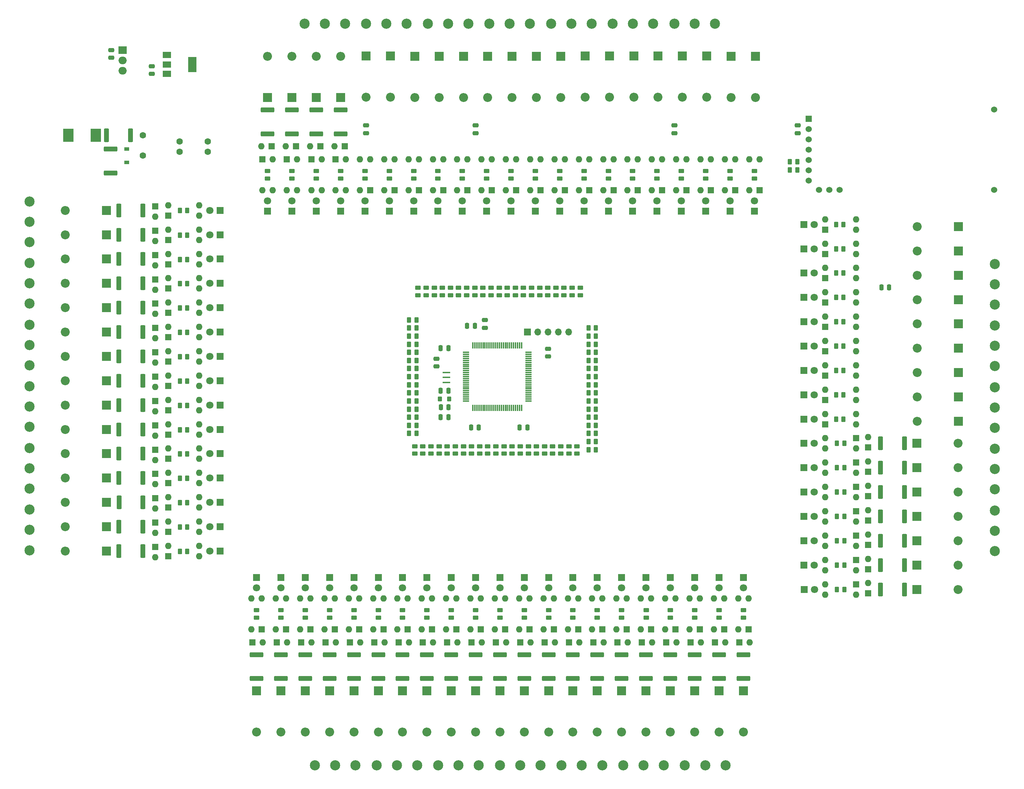
<source format=gbr>
%TF.GenerationSoftware,KiCad,Pcbnew,(6.0.9)*%
%TF.CreationDate,2023-01-18T11:33:35+02:00*%
%TF.ProjectId,SilosProject02,53696c6f-7350-4726-9f6a-65637430322e,rev?*%
%TF.SameCoordinates,Original*%
%TF.FileFunction,Soldermask,Top*%
%TF.FilePolarity,Negative*%
%FSLAX46Y46*%
G04 Gerber Fmt 4.6, Leading zero omitted, Abs format (unit mm)*
G04 Created by KiCad (PCBNEW (6.0.9)) date 2023-01-18 11:33:35*
%MOMM*%
%LPD*%
G01*
G04 APERTURE LIST*
G04 Aperture macros list*
%AMRoundRect*
0 Rectangle with rounded corners*
0 $1 Rounding radius*
0 $2 $3 $4 $5 $6 $7 $8 $9 X,Y pos of 4 corners*
0 Add a 4 corners polygon primitive as box body*
4,1,4,$2,$3,$4,$5,$6,$7,$8,$9,$2,$3,0*
0 Add four circle primitives for the rounded corners*
1,1,$1+$1,$2,$3*
1,1,$1+$1,$4,$5*
1,1,$1+$1,$6,$7*
1,1,$1+$1,$8,$9*
0 Add four rect primitives between the rounded corners*
20,1,$1+$1,$2,$3,$4,$5,0*
20,1,$1+$1,$4,$5,$6,$7,0*
20,1,$1+$1,$6,$7,$8,$9,0*
20,1,$1+$1,$8,$9,$2,$3,0*%
G04 Aperture macros list end*
%ADD10RoundRect,0.250000X-1.425000X0.362500X-1.425000X-0.362500X1.425000X-0.362500X1.425000X0.362500X0*%
%ADD11R,2.500000X3.300000*%
%ADD12RoundRect,0.250000X0.450000X-0.262500X0.450000X0.262500X-0.450000X0.262500X-0.450000X-0.262500X0*%
%ADD13RoundRect,0.250000X1.425000X-0.362500X1.425000X0.362500X-1.425000X0.362500X-1.425000X-0.362500X0*%
%ADD14RoundRect,0.250000X-0.450000X0.262500X-0.450000X-0.262500X0.450000X-0.262500X0.450000X0.262500X0*%
%ADD15RoundRect,0.250000X-0.475000X0.250000X-0.475000X-0.250000X0.475000X-0.250000X0.475000X0.250000X0*%
%ADD16RoundRect,0.250000X-0.262500X-0.450000X0.262500X-0.450000X0.262500X0.450000X-0.262500X0.450000X0*%
%ADD17RoundRect,0.250000X0.262500X0.450000X-0.262500X0.450000X-0.262500X-0.450000X0.262500X-0.450000X0*%
%ADD18RoundRect,0.250000X-0.362500X-1.425000X0.362500X-1.425000X0.362500X1.425000X-0.362500X1.425000X0*%
%ADD19R,1.200000X0.900000*%
%ADD20RoundRect,0.250000X0.362500X1.425000X-0.362500X1.425000X-0.362500X-1.425000X0.362500X-1.425000X0*%
%ADD21RoundRect,0.250000X0.250000X0.475000X-0.250000X0.475000X-0.250000X-0.475000X0.250000X-0.475000X0*%
%ADD22R,1.900000X0.400000*%
%ADD23RoundRect,0.075000X-0.725000X-0.075000X0.725000X-0.075000X0.725000X0.075000X-0.725000X0.075000X0*%
%ADD24RoundRect,0.075000X-0.075000X-0.725000X0.075000X-0.725000X0.075000X0.725000X-0.075000X0.725000X0*%
%ADD25R,2.000000X1.500000*%
%ADD26R,2.000000X3.800000*%
%ADD27RoundRect,0.250000X0.475000X-0.250000X0.475000X0.250000X-0.475000X0.250000X-0.475000X-0.250000X0*%
%ADD28RoundRect,0.250000X-0.250000X-0.475000X0.250000X-0.475000X0.250000X0.475000X-0.250000X0.475000X0*%
%ADD29RoundRect,0.250000X-0.275000X-0.350000X0.275000X-0.350000X0.275000X0.350000X-0.275000X0.350000X0*%
%ADD30C,2.500000*%
%ADD31R,1.600000X1.600000*%
%ADD32O,1.600000X1.600000*%
%ADD33R,2.200000X2.200000*%
%ADD34O,2.200000X2.200000*%
%ADD35R,1.800000X1.800000*%
%ADD36C,1.800000*%
%ADD37R,1.700000X1.700000*%
%ADD38O,1.700000X1.700000*%
%ADD39R,1.524000X1.524000*%
%ADD40C,1.524000*%
%ADD41C,1.600000*%
%ADD42R,2.000000X1.905000*%
%ADD43O,2.000000X1.905000*%
G04 APERTURE END LIST*
D10*
%TO.C,R112*%
X-387000000Y-569537500D03*
X-387000000Y-575462500D03*
%TD*%
D11*
%TO.C,D25*%
X-480637500Y-441500000D03*
X-487437500Y-441500000D03*
%TD*%
D12*
%TO.C,R117*%
X-405000000Y-560412500D03*
X-405000000Y-558587500D03*
%TD*%
%TO.C,R268*%
X-387200000Y-480912500D03*
X-387200000Y-479087500D03*
%TD*%
D13*
%TO.C,R222*%
X-432275000Y-441162500D03*
X-432275000Y-435237500D03*
%TD*%
D14*
%TO.C,R107*%
X-392000000Y-518175000D03*
X-392000000Y-520000000D03*
%TD*%
%TO.C,R119*%
X-400000000Y-518175000D03*
X-400000000Y-520000000D03*
%TD*%
D15*
%TO.C,C13*%
X-387000000Y-439050000D03*
X-387000000Y-440950000D03*
%TD*%
D12*
%TO.C,R88*%
X-393000000Y-560412500D03*
X-393000000Y-558587500D03*
%TD*%
D16*
%TO.C,R175*%
X-359162500Y-517000000D03*
X-357337500Y-517000000D03*
%TD*%
D17*
%TO.C,R201*%
X-296087500Y-535462500D03*
X-297912500Y-535462500D03*
%TD*%
D14*
%TO.C,R132*%
X-398000000Y-518175000D03*
X-398000000Y-520000000D03*
%TD*%
D17*
%TO.C,R215*%
X-296087500Y-529462500D03*
X-297912500Y-529462500D03*
%TD*%
D13*
%TO.C,R236*%
X-438275000Y-441162500D03*
X-438275000Y-435237500D03*
%TD*%
D12*
%TO.C,R284*%
X-391200000Y-480912500D03*
X-391200000Y-479087500D03*
%TD*%
%TO.C,R182*%
X-327000000Y-560412500D03*
X-327000000Y-558587500D03*
%TD*%
D14*
%TO.C,R184*%
X-374000000Y-518175000D03*
X-374000000Y-520000000D03*
%TD*%
D12*
%TO.C,R234*%
X-401200000Y-480912500D03*
X-401200000Y-479087500D03*
%TD*%
D17*
%TO.C,R226*%
X-296287500Y-469462500D03*
X-298112500Y-469462500D03*
%TD*%
D13*
%TO.C,R208*%
X-426275000Y-441162500D03*
X-426275000Y-435237500D03*
%TD*%
D10*
%TO.C,R109*%
X-411000000Y-569537500D03*
X-411000000Y-575462500D03*
%TD*%
D14*
%TO.C,R251*%
X-318275000Y-450287500D03*
X-318275000Y-452112500D03*
%TD*%
D17*
%TO.C,R67*%
X-401587500Y-495000000D03*
X-403412500Y-495000000D03*
%TD*%
D12*
%TO.C,R73*%
X-399000000Y-560412500D03*
X-399000000Y-558587500D03*
%TD*%
D10*
%TO.C,R106*%
X-441000000Y-569537500D03*
X-441000000Y-575462500D03*
%TD*%
D16*
%TO.C,R38*%
X-459912500Y-526087500D03*
X-458087500Y-526087500D03*
%TD*%
D18*
%TO.C,R219*%
X-287162500Y-529462500D03*
X-281237500Y-529462500D03*
%TD*%
D14*
%TO.C,R261*%
X-324275000Y-450287500D03*
X-324275000Y-452112500D03*
%TD*%
D17*
%TO.C,R153*%
X-296087500Y-553462500D03*
X-297912500Y-553462500D03*
%TD*%
D13*
%TO.C,R258*%
X-420275000Y-441162500D03*
X-420275000Y-435237500D03*
%TD*%
D14*
%TO.C,R262*%
X-348275000Y-450287500D03*
X-348275000Y-452112500D03*
%TD*%
D18*
%TO.C,R192*%
X-287162500Y-541462500D03*
X-281237500Y-541462500D03*
%TD*%
D10*
%TO.C,R189*%
X-327000000Y-569537500D03*
X-327000000Y-575462500D03*
%TD*%
D15*
%TO.C,C14*%
X-414000000Y-439050000D03*
X-414000000Y-440950000D03*
%TD*%
D10*
%TO.C,R141*%
X-375000000Y-569537500D03*
X-375000000Y-575462500D03*
%TD*%
D16*
%TO.C,R86*%
X-459912500Y-544087500D03*
X-458087500Y-544087500D03*
%TD*%
D19*
%TO.C,D26*%
X-473037500Y-444850000D03*
X-473037500Y-448150000D03*
%TD*%
D16*
%TO.C,R259*%
X-359162500Y-503000000D03*
X-357337500Y-503000000D03*
%TD*%
D20*
%TO.C,R29*%
X-469037500Y-496000000D03*
X-474962500Y-496000000D03*
%TD*%
D18*
%TO.C,R177*%
X-287162500Y-547462500D03*
X-281237500Y-547462500D03*
%TD*%
D12*
%TO.C,R265*%
X-363200000Y-480912500D03*
X-363200000Y-479087500D03*
%TD*%
%TO.C,R116*%
X-435000000Y-560412500D03*
X-435000000Y-558587500D03*
%TD*%
D14*
%TO.C,R104*%
X-402000000Y-518175000D03*
X-402000000Y-520000000D03*
%TD*%
D10*
%TO.C,R156*%
X-369000000Y-569537500D03*
X-369000000Y-575462500D03*
%TD*%
D17*
%TO.C,R45*%
X-401587500Y-509000000D03*
X-403412500Y-509000000D03*
%TD*%
D16*
%TO.C,R227*%
X-359162500Y-499000000D03*
X-357337500Y-499000000D03*
%TD*%
D17*
%TO.C,R60*%
X-401587500Y-511000000D03*
X-403412500Y-511000000D03*
%TD*%
D12*
%TO.C,R289*%
X-369200000Y-480912500D03*
X-369200000Y-479087500D03*
%TD*%
D21*
%TO.C,C5*%
X-386225000Y-513500000D03*
X-388125000Y-513500000D03*
%TD*%
D22*
%TO.C,Y1*%
X-394175000Y-500000000D03*
X-394175000Y-501200000D03*
X-394175000Y-502400000D03*
%TD*%
D18*
%TO.C,R233*%
X-287162500Y-523462500D03*
X-281237500Y-523462500D03*
%TD*%
%TO.C,R162*%
X-287162500Y-553462500D03*
X-281237500Y-553462500D03*
%TD*%
D16*
%TO.C,R228*%
X-359162500Y-491000000D03*
X-357337500Y-491000000D03*
%TD*%
D10*
%TO.C,R199*%
X-351000000Y-569537500D03*
X-351000000Y-575462500D03*
%TD*%
D18*
%TO.C,R205*%
X-287162500Y-535462500D03*
X-281237500Y-535462500D03*
%TD*%
D10*
%TO.C,R134*%
X-429000000Y-569537500D03*
X-429000000Y-575462500D03*
%TD*%
D12*
%TO.C,R273*%
X-365200000Y-480912500D03*
X-365200000Y-479087500D03*
%TD*%
%TO.C,R281*%
X-367200000Y-480912500D03*
X-367200000Y-479087500D03*
%TD*%
%TO.C,R292*%
X-393200000Y-480912500D03*
X-393200000Y-479087500D03*
%TD*%
D10*
%TO.C,R124*%
X-405000000Y-569537500D03*
X-405000000Y-575462500D03*
%TD*%
D12*
%TO.C,R101*%
X-441000000Y-560412500D03*
X-441000000Y-558587500D03*
%TD*%
D10*
%TO.C,R159*%
X-339000000Y-569537500D03*
X-339000000Y-575462500D03*
%TD*%
D23*
%TO.C,U3*%
X-389350000Y-495000000D03*
X-389350000Y-495500000D03*
X-389350000Y-496000000D03*
X-389350000Y-496500000D03*
X-389350000Y-497000000D03*
X-389350000Y-497500000D03*
X-389350000Y-498000000D03*
X-389350000Y-498500000D03*
X-389350000Y-499000000D03*
X-389350000Y-499500000D03*
X-389350000Y-500000000D03*
X-389350000Y-500500000D03*
X-389350000Y-501000000D03*
X-389350000Y-501500000D03*
X-389350000Y-502000000D03*
X-389350000Y-502500000D03*
X-389350000Y-503000000D03*
X-389350000Y-503500000D03*
X-389350000Y-504000000D03*
X-389350000Y-504500000D03*
X-389350000Y-505000000D03*
X-389350000Y-505500000D03*
X-389350000Y-506000000D03*
X-389350000Y-506500000D03*
X-389350000Y-507000000D03*
D24*
X-387675000Y-508675000D03*
X-387175000Y-508675000D03*
X-386675000Y-508675000D03*
X-386175000Y-508675000D03*
X-385675000Y-508675000D03*
X-385175000Y-508675000D03*
X-384675000Y-508675000D03*
X-384175000Y-508675000D03*
X-383675000Y-508675000D03*
X-383175000Y-508675000D03*
X-382675000Y-508675000D03*
X-382175000Y-508675000D03*
X-381675000Y-508675000D03*
X-381175000Y-508675000D03*
X-380675000Y-508675000D03*
X-380175000Y-508675000D03*
X-379675000Y-508675000D03*
X-379175000Y-508675000D03*
X-378675000Y-508675000D03*
X-378175000Y-508675000D03*
X-377675000Y-508675000D03*
X-377175000Y-508675000D03*
X-376675000Y-508675000D03*
X-376175000Y-508675000D03*
X-375675000Y-508675000D03*
D23*
X-374000000Y-507000000D03*
X-374000000Y-506500000D03*
X-374000000Y-506000000D03*
X-374000000Y-505500000D03*
X-374000000Y-505000000D03*
X-374000000Y-504500000D03*
X-374000000Y-504000000D03*
X-374000000Y-503500000D03*
X-374000000Y-503000000D03*
X-374000000Y-502500000D03*
X-374000000Y-502000000D03*
X-374000000Y-501500000D03*
X-374000000Y-501000000D03*
X-374000000Y-500500000D03*
X-374000000Y-500000000D03*
X-374000000Y-499500000D03*
X-374000000Y-499000000D03*
X-374000000Y-498500000D03*
X-374000000Y-498000000D03*
X-374000000Y-497500000D03*
X-374000000Y-497000000D03*
X-374000000Y-496500000D03*
X-374000000Y-496000000D03*
X-374000000Y-495500000D03*
X-374000000Y-495000000D03*
D24*
X-375675000Y-493325000D03*
X-376175000Y-493325000D03*
X-376675000Y-493325000D03*
X-377175000Y-493325000D03*
X-377675000Y-493325000D03*
X-378175000Y-493325000D03*
X-378675000Y-493325000D03*
X-379175000Y-493325000D03*
X-379675000Y-493325000D03*
X-380175000Y-493325000D03*
X-380675000Y-493325000D03*
X-381175000Y-493325000D03*
X-381675000Y-493325000D03*
X-382175000Y-493325000D03*
X-382675000Y-493325000D03*
X-383175000Y-493325000D03*
X-383675000Y-493325000D03*
X-384175000Y-493325000D03*
X-384675000Y-493325000D03*
X-385175000Y-493325000D03*
X-385675000Y-493325000D03*
X-386175000Y-493325000D03*
X-386675000Y-493325000D03*
X-387175000Y-493325000D03*
X-387675000Y-493325000D03*
%TD*%
D10*
%TO.C,R97*%
X-393000000Y-569537500D03*
X-393000000Y-575462500D03*
%TD*%
D14*
%TO.C,R197*%
X-372000000Y-518175000D03*
X-372000000Y-520000000D03*
%TD*%
%TO.C,R287*%
X-390275000Y-450287500D03*
X-390275000Y-452112500D03*
%TD*%
D20*
%TO.C,R26*%
X-469037500Y-466000000D03*
X-474962500Y-466000000D03*
%TD*%
D14*
%TO.C,R157*%
X-368000000Y-518175000D03*
X-368000000Y-520000000D03*
%TD*%
D16*
%TO.C,R242*%
X-359162500Y-489000000D03*
X-357337500Y-489000000D03*
%TD*%
D20*
%TO.C,R17*%
X-469037500Y-514000000D03*
X-474962500Y-514000000D03*
%TD*%
D14*
%TO.C,R264*%
X-396275000Y-450287500D03*
X-396275000Y-452112500D03*
%TD*%
D10*
%TO.C,R79*%
X-423000000Y-569537500D03*
X-423000000Y-575462500D03*
%TD*%
D16*
%TO.C,R36*%
X-459912500Y-472087500D03*
X-458087500Y-472087500D03*
%TD*%
D17*
%TO.C,R15*%
X-401587500Y-505000000D03*
X-403412500Y-505000000D03*
%TD*%
D20*
%TO.C,R91*%
X-469037500Y-544000000D03*
X-474962500Y-544000000D03*
%TD*%
D15*
%TO.C,C12*%
X-307600000Y-439050000D03*
X-307600000Y-440950000D03*
%TD*%
D10*
%TO.C,R171*%
X-363000000Y-569537500D03*
X-363000000Y-575462500D03*
%TD*%
D16*
%TO.C,R3*%
X-309512500Y-448000000D03*
X-307687500Y-448000000D03*
%TD*%
D17*
%TO.C,R240*%
X-296287500Y-463462500D03*
X-298112500Y-463462500D03*
%TD*%
D25*
%TO.C,U7*%
X-463150000Y-421700000D03*
D26*
X-456850000Y-424000000D03*
D25*
X-463150000Y-424000000D03*
X-463150000Y-426300000D03*
%TD*%
D14*
%TO.C,R110*%
X-384000000Y-518175000D03*
X-384000000Y-520000000D03*
%TD*%
%TO.C,R279*%
X-384275000Y-450287500D03*
X-384275000Y-452112500D03*
%TD*%
D16*
%TO.C,R190*%
X-359162500Y-515000000D03*
X-357337500Y-515000000D03*
%TD*%
D20*
%TO.C,R11*%
X-469037500Y-460000000D03*
X-474962500Y-460000000D03*
%TD*%
D17*
%TO.C,R24*%
X-401600000Y-489000000D03*
X-403425000Y-489000000D03*
%TD*%
D14*
%TO.C,R230*%
X-438275000Y-450287500D03*
X-438275000Y-452112500D03*
%TD*%
D17*
%TO.C,R74*%
X-401587500Y-513000000D03*
X-403412500Y-513000000D03*
%TD*%
D12*
%TO.C,R196*%
X-351000000Y-560412500D03*
X-351000000Y-558587500D03*
%TD*%
D27*
%TO.C,C19*%
X-466800000Y-426350000D03*
X-466800000Y-424450000D03*
%TD*%
D12*
%TO.C,R137*%
X-344912500Y-560412500D03*
X-344912500Y-558587500D03*
%TD*%
D17*
%TO.C,R168*%
X-296087500Y-547462500D03*
X-297912500Y-547462500D03*
%TD*%
D14*
%TO.C,R270*%
X-354275000Y-450287500D03*
X-354275000Y-452112500D03*
%TD*%
%TO.C,R272*%
X-402275000Y-450287500D03*
X-402275000Y-452112500D03*
%TD*%
D20*
%TO.C,R32*%
X-469037500Y-520000000D03*
X-474962500Y-520000000D03*
%TD*%
D16*
%TO.C,R213*%
X-359162500Y-501000000D03*
X-357337500Y-501000000D03*
%TD*%
D21*
%TO.C,C9*%
X-393675000Y-508500000D03*
X-395575000Y-508500000D03*
%TD*%
D14*
%TO.C,R154*%
X-378000000Y-518175000D03*
X-378000000Y-520000000D03*
%TD*%
D17*
%TO.C,R244*%
X-296087500Y-517462500D03*
X-297912500Y-517462500D03*
%TD*%
D21*
%TO.C,C10*%
X-393725000Y-511000000D03*
X-395625000Y-511000000D03*
%TD*%
D10*
%TO.C,R127*%
X-381000000Y-569537500D03*
X-381000000Y-575462500D03*
%TD*%
D12*
%TO.C,R283*%
X-383200000Y-480912500D03*
X-383200000Y-479087500D03*
%TD*%
%TO.C,R290*%
X-377200000Y-480912500D03*
X-377200000Y-479087500D03*
%TD*%
D16*
%TO.C,R53*%
X-459912500Y-532087500D03*
X-458087500Y-532087500D03*
%TD*%
D17*
%TO.C,R254*%
X-296287500Y-505462500D03*
X-298112500Y-505462500D03*
%TD*%
D14*
%TO.C,R288*%
X-414275000Y-450287500D03*
X-414275000Y-452112500D03*
%TD*%
%TO.C,R125*%
X-382000000Y-518175000D03*
X-382000000Y-520000000D03*
%TD*%
%TO.C,R255*%
X-420275000Y-450287500D03*
X-420275000Y-452112500D03*
%TD*%
D12*
%TO.C,R136*%
X-375000000Y-560412500D03*
X-375000000Y-558587500D03*
%TD*%
D14*
%TO.C,R285*%
X-342275000Y-450287500D03*
X-342275000Y-452112500D03*
%TD*%
D12*
%TO.C,R118*%
X-381000000Y-560412500D03*
X-381000000Y-558587500D03*
%TD*%
%TO.C,R256*%
X-395200000Y-480912500D03*
X-395200000Y-479087500D03*
%TD*%
D16*
%TO.C,R23*%
X-459912500Y-520087500D03*
X-458087500Y-520087500D03*
%TD*%
D20*
%TO.C,R44*%
X-469037500Y-502000000D03*
X-474962500Y-502000000D03*
%TD*%
D27*
%TO.C,C4*%
X-396675000Y-498500000D03*
X-396675000Y-496600000D03*
%TD*%
D12*
%TO.C,R87*%
X-417000000Y-560412500D03*
X-417000000Y-558587500D03*
%TD*%
D14*
%TO.C,R277*%
X-336275000Y-450287500D03*
X-336275000Y-452112500D03*
%TD*%
D20*
%TO.C,R14*%
X-469037500Y-490000000D03*
X-474962500Y-490000000D03*
%TD*%
D14*
%TO.C,R122*%
X-390000000Y-518175000D03*
X-390000000Y-520000000D03*
%TD*%
%TO.C,R92*%
X-394000000Y-518175000D03*
X-394000000Y-520000000D03*
%TD*%
D20*
%TO.C,R76*%
X-469037500Y-538000000D03*
X-474962500Y-538000000D03*
%TD*%
D12*
%TO.C,R282*%
X-375200000Y-480912500D03*
X-375200000Y-479087500D03*
%TD*%
D10*
%TO.C,R5*%
X-477037500Y-444837500D03*
X-477037500Y-450762500D03*
%TD*%
D12*
%TO.C,R152*%
X-339000000Y-560412500D03*
X-339000000Y-558587500D03*
%TD*%
D14*
%TO.C,R216*%
X-432275000Y-450287500D03*
X-432275000Y-452112500D03*
%TD*%
D16*
%TO.C,R241*%
X-359162500Y-497000000D03*
X-357337500Y-497000000D03*
%TD*%
D12*
%TO.C,R102*%
X-411000000Y-560412500D03*
X-411000000Y-558587500D03*
%TD*%
D14*
%TO.C,R280*%
X-408275000Y-450287500D03*
X-408275000Y-452112500D03*
%TD*%
D16*
%TO.C,R7*%
X-459912500Y-490087500D03*
X-458087500Y-490087500D03*
%TD*%
D12*
%TO.C,R103*%
X-387000000Y-560412500D03*
X-387000000Y-558587500D03*
%TD*%
D16*
%TO.C,R2*%
X-309512500Y-450000000D03*
X-307687500Y-450000000D03*
%TD*%
D12*
%TO.C,R291*%
X-385200000Y-480912500D03*
X-385200000Y-479087500D03*
%TD*%
%TO.C,R220*%
X-399200000Y-480912500D03*
X-399200000Y-479087500D03*
%TD*%
D17*
%TO.C,R9*%
X-401587500Y-487000000D03*
X-403412500Y-487000000D03*
%TD*%
D10*
%TO.C,R186*%
X-357000000Y-569537500D03*
X-357000000Y-575462500D03*
%TD*%
D12*
%TO.C,R253*%
X-361200000Y-480912500D03*
X-361200000Y-479087500D03*
%TD*%
%TO.C,R151*%
X-369000000Y-560412500D03*
X-369000000Y-558587500D03*
%TD*%
D16*
%TO.C,R203*%
X-359162500Y-513000000D03*
X-357337500Y-513000000D03*
%TD*%
D17*
%TO.C,R42*%
X-401587500Y-501000000D03*
X-403412500Y-501000000D03*
%TD*%
D14*
%TO.C,R278*%
X-360275000Y-450287500D03*
X-360275000Y-452112500D03*
%TD*%
D17*
%TO.C,R225*%
X-296287500Y-493462500D03*
X-298112500Y-493462500D03*
%TD*%
D12*
%TO.C,R276*%
X-389200000Y-480912500D03*
X-389200000Y-479087500D03*
%TD*%
D17*
%TO.C,R30*%
X-401587500Y-507000000D03*
X-403412500Y-507000000D03*
%TD*%
D16*
%TO.C,R52*%
X-459912500Y-508087500D03*
X-458087500Y-508087500D03*
%TD*%
D20*
%TO.C,R56*%
X-469037500Y-478000000D03*
X-474962500Y-478000000D03*
%TD*%
D12*
%TO.C,R166*%
X-363000000Y-560412500D03*
X-363000000Y-558587500D03*
%TD*%
%TO.C,R274*%
X-373200000Y-480912500D03*
X-373200000Y-479087500D03*
%TD*%
D10*
%TO.C,R94*%
X-417000000Y-569537500D03*
X-417000000Y-575462500D03*
%TD*%
D20*
%TO.C,R69*%
X-469037500Y-484000000D03*
X-474962500Y-484000000D03*
%TD*%
D16*
%TO.C,R252*%
X-359162500Y-495000000D03*
X-357337500Y-495000000D03*
%TD*%
D12*
%TO.C,R72*%
X-423000000Y-560412500D03*
X-423000000Y-558587500D03*
%TD*%
%TO.C,R167*%
X-333000000Y-560412500D03*
X-333000000Y-558587500D03*
%TD*%
D14*
%TO.C,R269*%
X-330275000Y-450287500D03*
X-330275000Y-452112500D03*
%TD*%
D17*
%TO.C,R250*%
X-296287500Y-481462500D03*
X-298112500Y-481462500D03*
%TD*%
D15*
%TO.C,C7*%
X-369175000Y-494100000D03*
X-369175000Y-496000000D03*
%TD*%
D16*
%TO.C,R6*%
X-459912500Y-460000000D03*
X-458087500Y-460000000D03*
%TD*%
D12*
%TO.C,R181*%
X-357000000Y-560412500D03*
X-357000000Y-558587500D03*
%TD*%
D21*
%TO.C,C3*%
X-393725000Y-494000000D03*
X-395625000Y-494000000D03*
%TD*%
D10*
%TO.C,R144*%
X-345000000Y-569537500D03*
X-345000000Y-575462500D03*
%TD*%
D14*
%TO.C,R271*%
X-378275000Y-450287500D03*
X-378275000Y-452112500D03*
%TD*%
D17*
%TO.C,R211*%
X-296287500Y-499462500D03*
X-298112500Y-499462500D03*
%TD*%
D16*
%TO.C,R66*%
X-459912500Y-484087500D03*
X-458087500Y-484087500D03*
%TD*%
D12*
%TO.C,R138*%
X-321000000Y-560412500D03*
X-321000000Y-558587500D03*
%TD*%
D16*
%TO.C,R51*%
X-459912500Y-478087500D03*
X-458087500Y-478087500D03*
%TD*%
%TO.C,R37*%
X-459912500Y-502087500D03*
X-458087500Y-502087500D03*
%TD*%
%TO.C,R231*%
X-359162500Y-509000000D03*
X-357337500Y-509000000D03*
%TD*%
D21*
%TO.C,C2*%
X-285050000Y-479000000D03*
X-286950000Y-479000000D03*
%TD*%
D17*
%TO.C,R243*%
X-296287500Y-511462500D03*
X-298112500Y-511462500D03*
%TD*%
D10*
%TO.C,R82*%
X-399000000Y-569537500D03*
X-399000000Y-575462500D03*
%TD*%
D28*
%TO.C,C8*%
X-389075000Y-488500000D03*
X-387175000Y-488500000D03*
%TD*%
D14*
%TO.C,R145*%
X-362000000Y-518175000D03*
X-362000000Y-520000000D03*
%TD*%
%TO.C,R187*%
X-364000000Y-518175000D03*
X-364000000Y-520000000D03*
%TD*%
D16*
%TO.C,R21*%
X-459912500Y-466087500D03*
X-458087500Y-466087500D03*
%TD*%
D29*
%TO.C,L1*%
X-395825000Y-506500000D03*
X-393525000Y-506500000D03*
%TD*%
D20*
%TO.C,R62*%
X-469000000Y-532000000D03*
X-474925000Y-532000000D03*
%TD*%
D14*
%TO.C,R169*%
X-376000000Y-518175000D03*
X-376000000Y-520000000D03*
%TD*%
D17*
%TO.C,R12*%
X-401587500Y-497000000D03*
X-403412500Y-497000000D03*
%TD*%
D14*
%TO.C,R286*%
X-366275000Y-450287500D03*
X-366275000Y-452112500D03*
%TD*%
D16*
%TO.C,R160*%
X-359162500Y-519000000D03*
X-357337500Y-519000000D03*
%TD*%
D20*
%TO.C,R47*%
X-469037500Y-526000000D03*
X-474962500Y-526000000D03*
%TD*%
D16*
%TO.C,R8*%
X-459912500Y-514087500D03*
X-458087500Y-514087500D03*
%TD*%
D14*
%TO.C,R139*%
X-380000000Y-518175000D03*
X-380000000Y-520000000D03*
%TD*%
D17*
%TO.C,R89*%
X-401587500Y-515000000D03*
X-403412500Y-515000000D03*
%TD*%
D18*
%TO.C,R4*%
X-478000000Y-441500000D03*
X-472075000Y-441500000D03*
%TD*%
D17*
%TO.C,R27*%
X-401587500Y-499000000D03*
X-403412500Y-499000000D03*
%TD*%
D21*
%TO.C,C6*%
X-374225000Y-513500000D03*
X-376125000Y-513500000D03*
%TD*%
D10*
%TO.C,R174*%
X-333000000Y-569537500D03*
X-333000000Y-575462500D03*
%TD*%
D16*
%TO.C,R217*%
X-359162500Y-511000000D03*
X-357337500Y-511000000D03*
%TD*%
D17*
%TO.C,R212*%
X-296287500Y-475462500D03*
X-298112500Y-475462500D03*
%TD*%
%TO.C,R229*%
X-296087500Y-523462500D03*
X-297912500Y-523462500D03*
%TD*%
D12*
%TO.C,R275*%
X-381200000Y-480912500D03*
X-381200000Y-479087500D03*
%TD*%
D14*
%TO.C,R80*%
X-388000000Y-518175000D03*
X-388000000Y-520000000D03*
%TD*%
D16*
%TO.C,R248*%
X-359162500Y-505000000D03*
X-357337500Y-505000000D03*
%TD*%
D14*
%TO.C,R172*%
X-366000000Y-518175000D03*
X-366000000Y-520000000D03*
%TD*%
%TO.C,R202*%
X-426275000Y-450287500D03*
X-426275000Y-452112500D03*
%TD*%
D17*
%TO.C,R54*%
X-401587500Y-493000000D03*
X-403412500Y-493000000D03*
%TD*%
D21*
%TO.C,C1*%
X-393725000Y-504500000D03*
X-395625000Y-504500000D03*
%TD*%
D15*
%TO.C,R1*%
X-384675000Y-487050000D03*
X-384675000Y-488950000D03*
%TD*%
D16*
%TO.C,R71*%
X-459912500Y-538087500D03*
X-458087500Y-538087500D03*
%TD*%
%TO.C,R22*%
X-459912500Y-496087500D03*
X-458087500Y-496087500D03*
%TD*%
D10*
%TO.C,R121*%
X-435000000Y-569537500D03*
X-435000000Y-575462500D03*
%TD*%
D17*
%TO.C,R239*%
X-296287500Y-487462500D03*
X-298112500Y-487462500D03*
%TD*%
D20*
%TO.C,R59*%
X-469037500Y-508000000D03*
X-474962500Y-508000000D03*
%TD*%
D18*
%TO.C,R247*%
X-287162500Y-517462500D03*
X-281237500Y-517462500D03*
%TD*%
D20*
%TO.C,R41*%
X-469037500Y-472000000D03*
X-474962500Y-472000000D03*
%TD*%
D15*
%TO.C,C17*%
X-476800000Y-420450000D03*
X-476800000Y-422350000D03*
%TD*%
D14*
%TO.C,R95*%
X-386000000Y-518175000D03*
X-386000000Y-520000000D03*
%TD*%
D17*
%TO.C,R39*%
X-401587500Y-491000000D03*
X-403412500Y-491000000D03*
%TD*%
D14*
%TO.C,R142*%
X-370000000Y-518175000D03*
X-370000000Y-520000000D03*
%TD*%
D12*
%TO.C,R206*%
X-397200000Y-480912500D03*
X-397200000Y-479087500D03*
%TD*%
%TO.C,R131*%
X-429000000Y-560412500D03*
X-429000000Y-558587500D03*
%TD*%
D16*
%TO.C,R245*%
X-359162500Y-507000000D03*
X-357337500Y-507000000D03*
%TD*%
D14*
%TO.C,R263*%
X-372275000Y-450287500D03*
X-372275000Y-452112500D03*
%TD*%
D17*
%TO.C,R183*%
X-296087500Y-541462500D03*
X-297912500Y-541462500D03*
%TD*%
D12*
%TO.C,R266*%
X-371200000Y-480912500D03*
X-371200000Y-479087500D03*
%TD*%
D17*
%TO.C,R57*%
X-401587500Y-503000000D03*
X-403412500Y-503000000D03*
%TD*%
D12*
%TO.C,R267*%
X-379200000Y-480912500D03*
X-379200000Y-479087500D03*
%TD*%
D10*
%TO.C,R147*%
X-321000000Y-569537500D03*
X-321000000Y-575462500D03*
%TD*%
D14*
%TO.C,R77*%
X-396000000Y-518175000D03*
X-396000000Y-520000000D03*
%TD*%
D16*
%TO.C,R214*%
X-359162500Y-493000000D03*
X-357337500Y-493000000D03*
%TD*%
D15*
%TO.C,C11*%
X-338000000Y-439050000D03*
X-338000000Y-440950000D03*
%TD*%
D30*
%TO.C,J13*%
X-340600000Y-596800000D03*
X-345600000Y-596800000D03*
X-350600000Y-596800000D03*
%TD*%
D31*
%TO.C,D113*%
X-346000000Y-566500000D03*
D32*
X-343460000Y-566500000D03*
%TD*%
D31*
%TO.C,D151*%
X-425275000Y-444200000D03*
D32*
X-427815000Y-444200000D03*
%TD*%
D33*
%TO.C,D87*%
X-411000000Y-578500000D03*
D34*
X-411000000Y-588660000D03*
%TD*%
D31*
%TO.C,U29*%
X-385725000Y-563300000D03*
D32*
X-388265000Y-563300000D03*
X-388265000Y-555680000D03*
X-385725000Y-555680000D03*
%TD*%
D33*
%TO.C,D176*%
X-420275000Y-432200000D03*
D34*
X-420275000Y-422040000D03*
%TD*%
D31*
%TO.C,D167*%
X-437275000Y-444200000D03*
D32*
X-439815000Y-444200000D03*
%TD*%
D35*
%TO.C,D189*%
X-360275000Y-460200000D03*
D36*
X-360275000Y-457660000D03*
%TD*%
D30*
%TO.C,J21*%
X-353200000Y-414000000D03*
X-348200000Y-414000000D03*
X-343200000Y-414000000D03*
%TD*%
D35*
%TO.C,D169*%
X-306020000Y-463462500D03*
D36*
X-303480000Y-463462500D03*
%TD*%
D31*
%TO.C,U69*%
X-329000000Y-455000000D03*
D32*
X-331540000Y-455000000D03*
X-331540000Y-447380000D03*
X-329000000Y-447380000D03*
%TD*%
D33*
%TO.C,D70*%
X-399000000Y-578500000D03*
D34*
X-399000000Y-588660000D03*
%TD*%
D31*
%TO.C,U8*%
X-462800000Y-461275000D03*
D32*
X-462800000Y-458735000D03*
X-455180000Y-458735000D03*
X-455180000Y-461275000D03*
%TD*%
D31*
%TO.C,U9*%
X-462800000Y-491275000D03*
D32*
X-462800000Y-488735000D03*
X-455180000Y-488735000D03*
X-455180000Y-491275000D03*
%TD*%
D31*
%TO.C,U26*%
X-391725000Y-563300000D03*
D32*
X-394265000Y-563300000D03*
X-394265000Y-555680000D03*
X-391725000Y-555680000D03*
%TD*%
D35*
%TO.C,D158*%
X-432275000Y-460200000D03*
D36*
X-432275000Y-457660000D03*
%TD*%
D30*
%TO.C,J9*%
X-401400000Y-596800000D03*
X-406400000Y-596800000D03*
X-411400000Y-596800000D03*
%TD*%
D35*
%TO.C,D36*%
X-450000000Y-514000000D03*
D36*
X-452540000Y-514000000D03*
%TD*%
D33*
%TO.C,D136*%
X-278200000Y-541462500D03*
D34*
X-268040000Y-541462500D03*
%TD*%
D33*
%TO.C,D38*%
X-478000000Y-466000000D03*
D34*
X-488160000Y-466000000D03*
%TD*%
D35*
%TO.C,D166*%
X-438275000Y-460200000D03*
D36*
X-438275000Y-457660000D03*
%TD*%
D37*
%TO.C,J1*%
X-374250000Y-490000000D03*
D38*
X-371710000Y-490000000D03*
X-369170000Y-490000000D03*
X-366630000Y-490000000D03*
X-364090000Y-490000000D03*
%TD*%
D33*
%TO.C,D30*%
X-478000000Y-490000000D03*
D34*
X-488160000Y-490000000D03*
%TD*%
D31*
%TO.C,U57*%
X-300800000Y-488737500D03*
D32*
X-300800000Y-486197500D03*
X-293180000Y-486197500D03*
X-293180000Y-488737500D03*
%TD*%
D30*
%TO.C,J19*%
X-259000000Y-473200000D03*
X-259000000Y-478200000D03*
X-259000000Y-483200000D03*
%TD*%
D31*
%TO.C,D76*%
X-400000000Y-566500000D03*
D32*
X-397460000Y-566500000D03*
%TD*%
D31*
%TO.C,U50*%
X-300820000Y-476737500D03*
D32*
X-300820000Y-474197500D03*
X-293200000Y-474197500D03*
X-293200000Y-476737500D03*
%TD*%
D31*
%TO.C,D111*%
X-376000000Y-566500000D03*
D32*
X-373460000Y-566500000D03*
%TD*%
D31*
%TO.C,U38*%
X-337725000Y-563300000D03*
D32*
X-340265000Y-563300000D03*
X-340265000Y-555680000D03*
X-337725000Y-555680000D03*
%TD*%
D31*
%TO.C,U42*%
X-293200000Y-546187500D03*
D32*
X-293200000Y-548727500D03*
X-300820000Y-548727500D03*
X-300820000Y-546187500D03*
%TD*%
D33*
%TO.C,D47*%
X-478000000Y-472000000D03*
D34*
X-488160000Y-472000000D03*
%TD*%
D33*
%TO.C,D49*%
X-478000000Y-526000000D03*
D34*
X-488160000Y-526000000D03*
%TD*%
D31*
%TO.C,D142*%
X-290200000Y-542462500D03*
D32*
X-290200000Y-539922500D03*
%TD*%
D33*
%TO.C,D14*%
X-342000000Y-421920000D03*
D34*
X-342000000Y-432080000D03*
%TD*%
D31*
%TO.C,U25*%
X-415725000Y-563300000D03*
D32*
X-418265000Y-563300000D03*
X-418265000Y-555680000D03*
X-415725000Y-555680000D03*
%TD*%
D30*
%TO.C,J17*%
X-259000000Y-503600000D03*
X-259000000Y-508600000D03*
X-259000000Y-513600000D03*
%TD*%
%TO.C,J6*%
X-497000000Y-513400000D03*
X-497000000Y-508400000D03*
X-497000000Y-503400000D03*
%TD*%
D31*
%TO.C,D115*%
X-322000000Y-566500000D03*
D32*
X-319460000Y-566500000D03*
%TD*%
D33*
%TO.C,D10*%
X-318000000Y-422000000D03*
D34*
X-318000000Y-432160000D03*
%TD*%
D33*
%TO.C,D18*%
X-366000000Y-422000000D03*
D34*
X-366000000Y-432160000D03*
%TD*%
D39*
%TO.C,A1*%
X-304905000Y-437380000D03*
D40*
X-304905000Y-439920000D03*
X-259175000Y-454900000D03*
X-259175000Y-435100000D03*
X-304905000Y-442460000D03*
X-304905000Y-445000000D03*
X-304905000Y-447540000D03*
X-304905000Y-450080000D03*
X-304905000Y-452620000D03*
X-297285000Y-454900000D03*
X-299825000Y-454900000D03*
X-302365000Y-454900000D03*
%TD*%
D35*
%TO.C,D192*%
X-342275000Y-460200000D03*
D36*
X-342275000Y-457660000D03*
%TD*%
D31*
%TO.C,D51*%
X-466000000Y-471000000D03*
D32*
X-466000000Y-473540000D03*
%TD*%
D35*
%TO.C,D187*%
X-402275000Y-460200000D03*
D36*
X-402275000Y-457660000D03*
%TD*%
D31*
%TO.C,D173*%
X-290200000Y-518462500D03*
D32*
X-290200000Y-515922500D03*
%TD*%
D33*
%TO.C,D23*%
X-396000000Y-422000000D03*
D34*
X-396000000Y-432160000D03*
%TD*%
D33*
%TO.C,D13*%
X-336000000Y-421920000D03*
D34*
X-336000000Y-432080000D03*
%TD*%
D31*
%TO.C,D101*%
X-406000000Y-566500000D03*
D32*
X-403460000Y-566500000D03*
%TD*%
D31*
%TO.C,U36*%
X-319725000Y-563300000D03*
D32*
X-322265000Y-563300000D03*
X-322265000Y-555680000D03*
X-319725000Y-555680000D03*
%TD*%
D33*
%TO.C,D143*%
X-351000000Y-578500000D03*
D34*
X-351000000Y-588660000D03*
%TD*%
D35*
%TO.C,D73*%
X-423000000Y-550500000D03*
D36*
X-423000000Y-553040000D03*
%TD*%
D35*
%TO.C,D194*%
X-390275000Y-460200000D03*
D36*
X-390275000Y-457660000D03*
%TD*%
D33*
%TO.C,D154*%
X-278200000Y-529462500D03*
D34*
X-268040000Y-529462500D03*
%TD*%
D35*
%TO.C,D112*%
X-345000000Y-550500000D03*
D36*
X-345000000Y-553040000D03*
%TD*%
D33*
%TO.C,D12*%
X-330000000Y-421920000D03*
D34*
X-330000000Y-432080000D03*
%TD*%
D31*
%TO.C,U80*%
X-413000000Y-455000000D03*
D32*
X-415540000Y-455000000D03*
X-415540000Y-447380000D03*
X-413000000Y-447380000D03*
%TD*%
D35*
%TO.C,D150*%
X-426275000Y-460200000D03*
D36*
X-426275000Y-457660000D03*
%TD*%
D31*
%TO.C,U37*%
X-367725000Y-563300000D03*
D32*
X-370265000Y-563300000D03*
X-370265000Y-555680000D03*
X-367725000Y-555680000D03*
%TD*%
D31*
%TO.C,U24*%
X-462800000Y-545275000D03*
D32*
X-462800000Y-542735000D03*
X-455180000Y-542735000D03*
X-455180000Y-545275000D03*
%TD*%
D35*
%TO.C,D174*%
X-306020000Y-481462500D03*
D36*
X-303480000Y-481462500D03*
%TD*%
D30*
%TO.C,J26*%
X-429200000Y-414000000D03*
X-424200000Y-414000000D03*
X-419200000Y-414000000D03*
%TD*%
D33*
%TO.C,D127*%
X-278200000Y-547462500D03*
D34*
X-268040000Y-547462500D03*
%TD*%
D35*
%TO.C,D63*%
X-450000000Y-532000000D03*
D36*
X-452540000Y-532000000D03*
%TD*%
D31*
%TO.C,U13*%
X-462800000Y-521275000D03*
D32*
X-462800000Y-518735000D03*
X-455180000Y-518735000D03*
X-455180000Y-521275000D03*
%TD*%
D33*
%TO.C,D65*%
X-478000000Y-484000000D03*
D34*
X-488160000Y-484000000D03*
%TD*%
D31*
%TO.C,U70*%
X-353000000Y-455000000D03*
D32*
X-355540000Y-455000000D03*
X-355540000Y-447380000D03*
X-353000000Y-447380000D03*
%TD*%
D35*
%TO.C,D141*%
X-306020000Y-541462500D03*
D36*
X-303480000Y-541462500D03*
%TD*%
D33*
%TO.C,D86*%
X-441000000Y-578500000D03*
D34*
X-441000000Y-588660000D03*
%TD*%
D31*
%TO.C,D138*%
X-358000000Y-566500000D03*
D32*
X-355460000Y-566500000D03*
%TD*%
D33*
%TO.C,D107*%
X-375000000Y-578500000D03*
D34*
X-375000000Y-588660000D03*
%TD*%
D31*
%TO.C,U27*%
X-439725000Y-563300000D03*
D32*
X-442265000Y-563300000D03*
X-442265000Y-555680000D03*
X-439725000Y-555680000D03*
%TD*%
D31*
%TO.C,D106*%
X-430000000Y-566500000D03*
D32*
X-427460000Y-566500000D03*
%TD*%
D31*
%TO.C,U76*%
X-407000000Y-455000000D03*
D32*
X-409540000Y-455000000D03*
X-409540000Y-447380000D03*
X-407000000Y-447380000D03*
%TD*%
D31*
%TO.C,U21*%
X-462800000Y-539275000D03*
D32*
X-462800000Y-536735000D03*
X-455180000Y-536735000D03*
X-455180000Y-539275000D03*
%TD*%
D35*
%TO.C,D32*%
X-450000000Y-460000000D03*
D36*
X-452540000Y-460000000D03*
%TD*%
D33*
%TO.C,D146*%
X-278200000Y-535462500D03*
D34*
X-268040000Y-535462500D03*
%TD*%
D33*
%TO.C,D117*%
X-339000000Y-578500000D03*
D34*
X-339000000Y-588660000D03*
%TD*%
D30*
%TO.C,J18*%
X-259000000Y-488400000D03*
X-259000000Y-493400000D03*
X-259000000Y-498400000D03*
%TD*%
D35*
%TO.C,D119*%
X-369000000Y-550500000D03*
D36*
X-369000000Y-553040000D03*
%TD*%
D33*
%TO.C,D95*%
X-435000000Y-578500000D03*
D34*
X-435000000Y-588660000D03*
%TD*%
D35*
%TO.C,D193*%
X-366275000Y-460200000D03*
D36*
X-366275000Y-457660000D03*
%TD*%
D33*
%TO.C,D58*%
X-478000000Y-532000000D03*
D34*
X-488160000Y-532000000D03*
%TD*%
D31*
%TO.C,U43*%
X-355725000Y-563300000D03*
D32*
X-358265000Y-563300000D03*
X-358265000Y-555680000D03*
X-355725000Y-555680000D03*
%TD*%
D31*
%TO.C,U20*%
X-462800000Y-485275000D03*
D32*
X-462800000Y-482735000D03*
X-455180000Y-482735000D03*
X-455180000Y-485275000D03*
%TD*%
D31*
%TO.C,D94*%
X-388000000Y-566500000D03*
D32*
X-385460000Y-566500000D03*
%TD*%
D33*
%TO.C,D1*%
X-268000000Y-512000000D03*
D34*
X-278160000Y-512000000D03*
%TD*%
D35*
%TO.C,D195*%
X-414275000Y-460200000D03*
D36*
X-414275000Y-457660000D03*
%TD*%
D30*
%TO.C,J7*%
X-497000000Y-543800000D03*
X-497000000Y-538800000D03*
X-497000000Y-533800000D03*
%TD*%
D33*
%TO.C,D125*%
X-363000000Y-578500000D03*
D34*
X-363000000Y-588660000D03*
%TD*%
D31*
%TO.C,U75*%
X-383000000Y-455000000D03*
D32*
X-385540000Y-455000000D03*
X-385540000Y-447380000D03*
X-383000000Y-447380000D03*
%TD*%
D33*
%TO.C,D108*%
X-345000000Y-578500000D03*
D34*
X-345000000Y-588660000D03*
%TD*%
D35*
%TO.C,D172*%
X-306020000Y-517462500D03*
D36*
X-303480000Y-517462500D03*
%TD*%
D33*
%TO.C,D155*%
X-432275000Y-432200000D03*
D34*
X-432275000Y-422040000D03*
%TD*%
D35*
%TO.C,D80*%
X-450000000Y-544000000D03*
D36*
X-452540000Y-544000000D03*
%TD*%
D31*
%TO.C,D145*%
X-352000000Y-566500000D03*
D32*
X-349460000Y-566500000D03*
%TD*%
D35*
%TO.C,D130*%
X-333000000Y-550500000D03*
D36*
X-333000000Y-553040000D03*
%TD*%
D31*
%TO.C,U72*%
X-401000000Y-455000000D03*
D32*
X-403540000Y-455000000D03*
X-403540000Y-447380000D03*
X-401000000Y-447380000D03*
%TD*%
D31*
%TO.C,U56*%
X-439550000Y-447400000D03*
D32*
X-437010000Y-447400000D03*
X-437010000Y-455020000D03*
X-439550000Y-455020000D03*
%TD*%
D35*
%TO.C,D182*%
X-372275000Y-460200000D03*
D36*
X-372275000Y-457660000D03*
%TD*%
D31*
%TO.C,D85*%
X-394000000Y-566500000D03*
D32*
X-391460000Y-566500000D03*
%TD*%
D35*
%TO.C,D75*%
X-399000000Y-550500000D03*
D36*
X-399000000Y-553040000D03*
%TD*%
D31*
%TO.C,U73*%
X-335000000Y-455000000D03*
D32*
X-337540000Y-455000000D03*
X-337540000Y-447380000D03*
X-335000000Y-447380000D03*
%TD*%
D30*
%TO.C,J24*%
X-398800000Y-414000000D03*
X-393800000Y-414000000D03*
X-388800000Y-414000000D03*
%TD*%
D35*
%TO.C,D82*%
X-417000000Y-550500000D03*
D36*
X-417000000Y-553040000D03*
%TD*%
D35*
%TO.C,D156*%
X-306020000Y-529462500D03*
D36*
X-303480000Y-529462500D03*
%TD*%
D35*
%TO.C,D180*%
X-324275000Y-460200000D03*
D36*
X-324275000Y-457660000D03*
%TD*%
D31*
%TO.C,U63*%
X-300800000Y-506737500D03*
D32*
X-300800000Y-504197500D03*
X-293180000Y-504197500D03*
X-293180000Y-506737500D03*
%TD*%
D31*
%TO.C,D53*%
X-466000000Y-501000000D03*
D32*
X-466000000Y-503540000D03*
%TD*%
D31*
%TO.C,U60*%
X-293200000Y-516187500D03*
D32*
X-293200000Y-518727500D03*
X-300820000Y-518727500D03*
X-300820000Y-516187500D03*
%TD*%
D31*
%TO.C,U58*%
X-300820000Y-464737500D03*
D32*
X-300820000Y-462197500D03*
X-293200000Y-462197500D03*
X-293200000Y-464737500D03*
%TD*%
D31*
%TO.C,U14*%
X-462800000Y-473275000D03*
D32*
X-462800000Y-470735000D03*
X-455180000Y-470735000D03*
X-455180000Y-473275000D03*
%TD*%
D31*
%TO.C,D131*%
X-334000000Y-566500000D03*
D32*
X-331460000Y-566500000D03*
%TD*%
D31*
%TO.C,U17*%
X-462800000Y-479275000D03*
D32*
X-462800000Y-476735000D03*
X-455180000Y-476735000D03*
X-455180000Y-479275000D03*
%TD*%
D33*
%TO.C,D8*%
X-268000000Y-470000000D03*
D34*
X-278160000Y-470000000D03*
%TD*%
D35*
%TO.C,D61*%
X-450000000Y-508000000D03*
D36*
X-452540000Y-508000000D03*
%TD*%
D33*
%TO.C,D9*%
X-268000000Y-464000000D03*
D34*
X-278160000Y-464000000D03*
%TD*%
D35*
%TO.C,D177*%
X-306020000Y-505462500D03*
D36*
X-303480000Y-505462500D03*
%TD*%
D31*
%TO.C,D67*%
X-466000000Y-483000000D03*
D32*
X-466000000Y-485540000D03*
%TD*%
D41*
%TO.C,C16*%
X-469000000Y-441500000D03*
X-469000000Y-446500000D03*
%TD*%
D31*
%TO.C,U74*%
X-359000000Y-455000000D03*
D32*
X-361540000Y-455000000D03*
X-361540000Y-447380000D03*
X-359000000Y-447380000D03*
%TD*%
D31*
%TO.C,U59*%
X-300800000Y-512737500D03*
D32*
X-300800000Y-510197500D03*
X-293180000Y-510197500D03*
X-293180000Y-512737500D03*
%TD*%
D31*
%TO.C,D179*%
X-419275000Y-444200000D03*
D32*
X-421815000Y-444200000D03*
%TD*%
D31*
%TO.C,U10*%
X-462800000Y-515275000D03*
D32*
X-462800000Y-512735000D03*
X-455180000Y-512735000D03*
X-455180000Y-515275000D03*
%TD*%
D31*
%TO.C,U40*%
X-361725000Y-563300000D03*
D32*
X-364265000Y-563300000D03*
X-364265000Y-555680000D03*
X-361725000Y-555680000D03*
%TD*%
D31*
%TO.C,U45*%
X-293200000Y-540187500D03*
D32*
X-293200000Y-542727500D03*
X-300820000Y-542727500D03*
X-300820000Y-540187500D03*
%TD*%
D33*
%TO.C,D109*%
X-321000000Y-578500000D03*
D34*
X-321000000Y-588660000D03*
%TD*%
D31*
%TO.C,D35*%
X-466000000Y-489000000D03*
D32*
X-466000000Y-491540000D03*
%TD*%
D33*
%TO.C,D17*%
X-360000000Y-421920000D03*
D34*
X-360000000Y-432080000D03*
%TD*%
D31*
%TO.C,U51*%
X-293200000Y-528187500D03*
D32*
X-293200000Y-530727500D03*
X-300820000Y-530727500D03*
X-300820000Y-528187500D03*
%TD*%
D33*
%TO.C,D5*%
X-268000000Y-488000000D03*
D34*
X-278160000Y-488000000D03*
%TD*%
D31*
%TO.C,D92*%
X-412000000Y-566500000D03*
D32*
X-409460000Y-566500000D03*
%TD*%
D31*
%TO.C,U16*%
X-462800000Y-527275000D03*
D32*
X-462800000Y-524735000D03*
X-455180000Y-524735000D03*
X-455180000Y-527275000D03*
%TD*%
D31*
%TO.C,D64*%
X-466000000Y-531000000D03*
D32*
X-466000000Y-533540000D03*
%TD*%
D31*
%TO.C,U35*%
X-343725000Y-563300000D03*
D32*
X-346265000Y-563300000D03*
X-346265000Y-555680000D03*
X-343725000Y-555680000D03*
%TD*%
D33*
%TO.C,D97*%
X-381000000Y-578500000D03*
D34*
X-381000000Y-588660000D03*
%TD*%
D33*
%TO.C,D15*%
X-348000000Y-421920000D03*
D34*
X-348000000Y-432080000D03*
%TD*%
D33*
%TO.C,D69*%
X-423000000Y-578500000D03*
D34*
X-423000000Y-588660000D03*
%TD*%
D31*
%TO.C,U23*%
X-397725000Y-563300000D03*
D32*
X-400265000Y-563300000D03*
X-400265000Y-555680000D03*
X-397725000Y-555680000D03*
%TD*%
D31*
%TO.C,U71*%
X-377000000Y-455000000D03*
D32*
X-379540000Y-455000000D03*
X-379540000Y-447380000D03*
X-377000000Y-447380000D03*
%TD*%
D33*
%TO.C,D27*%
X-408000000Y-421920000D03*
D34*
X-408000000Y-432080000D03*
%TD*%
D30*
%TO.C,J2*%
X-497000000Y-467800000D03*
X-497000000Y-462800000D03*
X-497000000Y-457800000D03*
%TD*%
D35*
%TO.C,D152*%
X-306020000Y-499462500D03*
D36*
X-303480000Y-499462500D03*
%TD*%
D30*
%TO.C,J5*%
X-497000000Y-528600000D03*
X-497000000Y-523600000D03*
X-497000000Y-518600000D03*
%TD*%
D31*
%TO.C,D83*%
X-418000000Y-566500000D03*
D32*
X-415460000Y-566500000D03*
%TD*%
D33*
%TO.C,D56*%
X-478000000Y-478000000D03*
D34*
X-488160000Y-478000000D03*
%TD*%
D31*
%TO.C,D157*%
X-290200000Y-530462500D03*
D32*
X-290200000Y-527922500D03*
%TD*%
D31*
%TO.C,U67*%
X-371000000Y-455000000D03*
D32*
X-373540000Y-455000000D03*
X-373540000Y-447380000D03*
X-371000000Y-447380000D03*
%TD*%
D41*
%TO.C,C18*%
X-460000000Y-445500000D03*
X-460000000Y-443000000D03*
%TD*%
D35*
%TO.C,D144*%
X-351000000Y-550500000D03*
D36*
X-351000000Y-553040000D03*
%TD*%
D31*
%TO.C,D74*%
X-424000000Y-566500000D03*
D32*
X-421460000Y-566500000D03*
%TD*%
D31*
%TO.C,U61*%
X-300800000Y-482737500D03*
D32*
X-300800000Y-480197500D03*
X-293180000Y-480197500D03*
X-293180000Y-482737500D03*
%TD*%
D31*
%TO.C,U33*%
X-427725000Y-563300000D03*
D32*
X-430265000Y-563300000D03*
X-430265000Y-555680000D03*
X-427725000Y-555680000D03*
%TD*%
D33*
%TO.C,D68*%
X-478000000Y-538000000D03*
D34*
X-488160000Y-538000000D03*
%TD*%
D35*
%TO.C,D105*%
X-429000000Y-550500000D03*
D36*
X-429000000Y-553040000D03*
%TD*%
D35*
%TO.C,D184*%
X-330275000Y-460200000D03*
D36*
X-330275000Y-457660000D03*
%TD*%
D35*
%TO.C,D161*%
X-306020000Y-469462500D03*
D36*
X-303480000Y-469462500D03*
%TD*%
D31*
%TO.C,U15*%
X-462800000Y-503275000D03*
D32*
X-462800000Y-500735000D03*
X-455180000Y-500735000D03*
X-455180000Y-503275000D03*
%TD*%
D31*
%TO.C,U31*%
X-403725000Y-563300000D03*
D32*
X-406265000Y-563300000D03*
X-406265000Y-555680000D03*
X-403725000Y-555680000D03*
%TD*%
D35*
%TO.C,D100*%
X-405000000Y-550500000D03*
D36*
X-405000000Y-553040000D03*
%TD*%
D33*
%TO.C,D6*%
X-268000000Y-482000000D03*
D34*
X-278160000Y-482000000D03*
%TD*%
D31*
%TO.C,D33*%
X-466000000Y-459000000D03*
D32*
X-466000000Y-461540000D03*
%TD*%
D31*
%TO.C,U46*%
X-349725000Y-563300000D03*
D32*
X-352265000Y-563300000D03*
X-352265000Y-555680000D03*
X-349725000Y-555680000D03*
%TD*%
D31*
%TO.C,D60*%
X-466000000Y-477000000D03*
D32*
X-466000000Y-479540000D03*
%TD*%
D31*
%TO.C,D122*%
X-340000000Y-566500000D03*
D32*
X-337460000Y-566500000D03*
%TD*%
D30*
%TO.C,J23*%
X-383600000Y-414000000D03*
X-378600000Y-414000000D03*
X-373600000Y-414000000D03*
%TD*%
D31*
%TO.C,U49*%
X-300800000Y-500737500D03*
D32*
X-300800000Y-498197500D03*
X-293180000Y-498197500D03*
X-293180000Y-500737500D03*
%TD*%
D35*
%TO.C,D128*%
X-363000000Y-550500000D03*
D36*
X-363000000Y-553040000D03*
%TD*%
D35*
%TO.C,D123*%
X-306000000Y-553462500D03*
D36*
X-303460000Y-553462500D03*
%TD*%
D31*
%TO.C,D42*%
X-466000000Y-465000000D03*
D32*
X-466000000Y-467540000D03*
%TD*%
D33*
%TO.C,D78*%
X-417000000Y-578500000D03*
D34*
X-417000000Y-588660000D03*
%TD*%
D30*
%TO.C,J14*%
X-355800000Y-596800000D03*
X-360800000Y-596800000D03*
X-365800000Y-596800000D03*
%TD*%
D31*
%TO.C,U28*%
X-409725000Y-563300000D03*
D32*
X-412265000Y-563300000D03*
X-412265000Y-555680000D03*
X-409725000Y-555680000D03*
%TD*%
D35*
%TO.C,D98*%
X-435000000Y-550500000D03*
D36*
X-435000000Y-553040000D03*
%TD*%
D30*
%TO.C,J10*%
X-371000000Y-596800000D03*
X-376000000Y-596800000D03*
X-381000000Y-596800000D03*
%TD*%
D42*
%TO.C,U6*%
X-474055000Y-420460000D03*
D43*
X-474055000Y-423000000D03*
X-474055000Y-425540000D03*
%TD*%
D30*
%TO.C,J22*%
X-368400000Y-414000000D03*
X-363400000Y-414000000D03*
X-358400000Y-414000000D03*
%TD*%
D33*
%TO.C,D147*%
X-426275000Y-432200000D03*
D34*
X-426275000Y-422040000D03*
%TD*%
D35*
%TO.C,D132*%
X-306020000Y-547462500D03*
D36*
X-303480000Y-547462500D03*
%TD*%
D31*
%TO.C,U19*%
X-462800000Y-533275000D03*
D32*
X-462800000Y-530735000D03*
X-455180000Y-530735000D03*
X-455180000Y-533275000D03*
%TD*%
D31*
%TO.C,D81*%
X-466000000Y-543000000D03*
D32*
X-466000000Y-545540000D03*
%TD*%
D30*
%TO.C,J3*%
X-497000000Y-498200000D03*
X-497000000Y-493200000D03*
X-497000000Y-488200000D03*
%TD*%
D35*
%TO.C,D153*%
X-306020000Y-475462500D03*
D36*
X-303480000Y-475462500D03*
%TD*%
D31*
%TO.C,U41*%
X-331725000Y-563300000D03*
D32*
X-334265000Y-563300000D03*
X-334265000Y-555680000D03*
X-331725000Y-555680000D03*
%TD*%
D31*
%TO.C,U65*%
X-323000000Y-455000000D03*
D32*
X-325540000Y-455000000D03*
X-325540000Y-447380000D03*
X-323000000Y-447380000D03*
%TD*%
D33*
%TO.C,D4*%
X-268000000Y-494000000D03*
D34*
X-278160000Y-494000000D03*
%TD*%
D35*
%TO.C,D188*%
X-336275000Y-460200000D03*
D36*
X-336275000Y-457660000D03*
%TD*%
D31*
%TO.C,D124*%
X-290200000Y-554462500D03*
D32*
X-290200000Y-551922500D03*
%TD*%
D31*
%TO.C,U48*%
X-427475000Y-447400000D03*
D32*
X-424935000Y-447400000D03*
X-424935000Y-455020000D03*
X-427475000Y-455020000D03*
%TD*%
D35*
%TO.C,D110*%
X-375000000Y-550500000D03*
D36*
X-375000000Y-553040000D03*
%TD*%
D31*
%TO.C,U79*%
X-389000000Y-455000000D03*
D32*
X-391540000Y-455000000D03*
X-391540000Y-447380000D03*
X-389000000Y-447380000D03*
%TD*%
D33*
%TO.C,D57*%
X-478000000Y-508000000D03*
D34*
X-488160000Y-508000000D03*
%TD*%
D33*
%TO.C,D28*%
X-414000000Y-421920000D03*
D34*
X-414000000Y-432080000D03*
%TD*%
D33*
%TO.C,D11*%
X-324000000Y-422000000D03*
D34*
X-324000000Y-432160000D03*
%TD*%
D30*
%TO.C,J8*%
X-386200000Y-596800000D03*
X-391200000Y-596800000D03*
X-396200000Y-596800000D03*
%TD*%
D33*
%TO.C,D21*%
X-384000000Y-422000000D03*
D34*
X-384000000Y-432160000D03*
%TD*%
D35*
%TO.C,D114*%
X-321000000Y-550500000D03*
D36*
X-321000000Y-553040000D03*
%TD*%
D35*
%TO.C,D41*%
X-450000000Y-466000000D03*
D36*
X-452540000Y-466000000D03*
%TD*%
D33*
%TO.C,D88*%
X-387000000Y-578500000D03*
D34*
X-387000000Y-588660000D03*
%TD*%
D33*
%TO.C,D126*%
X-333000000Y-578500000D03*
D34*
X-333000000Y-588660000D03*
%TD*%
D35*
%TO.C,D59*%
X-450000000Y-478000000D03*
D36*
X-452540000Y-478000000D03*
%TD*%
D33*
%TO.C,D20*%
X-378000000Y-422000000D03*
D34*
X-378000000Y-432160000D03*
%TD*%
D31*
%TO.C,D55*%
X-466000000Y-525000000D03*
D32*
X-466000000Y-527540000D03*
%TD*%
D33*
%TO.C,D96*%
X-405000000Y-578500000D03*
D34*
X-405000000Y-588660000D03*
%TD*%
D33*
%TO.C,D19*%
X-372000000Y-422000000D03*
D34*
X-372000000Y-432160000D03*
%TD*%
D35*
%TO.C,D93*%
X-387000000Y-550500000D03*
D36*
X-387000000Y-553040000D03*
%TD*%
D31*
%TO.C,U77*%
X-341000000Y-455000000D03*
D32*
X-343540000Y-455000000D03*
X-343540000Y-447380000D03*
X-341000000Y-447380000D03*
%TD*%
D31*
%TO.C,U30*%
X-433725000Y-563300000D03*
D32*
X-436265000Y-563300000D03*
X-436265000Y-555680000D03*
X-433725000Y-555680000D03*
%TD*%
D35*
%TO.C,D139*%
X-327000000Y-550500000D03*
D36*
X-327000000Y-553040000D03*
%TD*%
D31*
%TO.C,U54*%
X-300820000Y-470737500D03*
D32*
X-300820000Y-468197500D03*
X-293200000Y-468197500D03*
X-293200000Y-470737500D03*
%TD*%
D33*
%TO.C,D2*%
X-268000000Y-506000000D03*
D34*
X-278160000Y-506000000D03*
%TD*%
D33*
%TO.C,D134*%
X-357000000Y-578500000D03*
D34*
X-357000000Y-588660000D03*
%TD*%
D30*
%TO.C,J11*%
X-416600000Y-596800000D03*
X-421600000Y-596800000D03*
X-426600000Y-596800000D03*
%TD*%
D35*
%TO.C,D43*%
X-450000000Y-496000000D03*
D36*
X-452540000Y-496000000D03*
%TD*%
D33*
%TO.C,D170*%
X-278200000Y-517462500D03*
D34*
X-268040000Y-517462500D03*
%TD*%
D30*
%TO.C,J20*%
X-338000000Y-414000000D03*
X-333000000Y-414000000D03*
X-328000000Y-414000000D03*
%TD*%
D31*
%TO.C,U39*%
X-293200000Y-552187500D03*
D32*
X-293200000Y-554727500D03*
X-300820000Y-554727500D03*
X-300820000Y-552187500D03*
%TD*%
D31*
%TO.C,U78*%
X-365000000Y-455000000D03*
D32*
X-367540000Y-455000000D03*
X-367540000Y-447380000D03*
X-365000000Y-447380000D03*
%TD*%
D31*
%TO.C,D129*%
X-364000000Y-566500000D03*
D32*
X-361460000Y-566500000D03*
%TD*%
D31*
%TO.C,U32*%
X-379725000Y-563300000D03*
D32*
X-382265000Y-563300000D03*
X-382265000Y-555680000D03*
X-379725000Y-555680000D03*
%TD*%
D35*
%TO.C,D45*%
X-450000000Y-520000000D03*
D36*
X-452540000Y-520000000D03*
%TD*%
D35*
%TO.C,D178*%
X-420275000Y-460200000D03*
D36*
X-420275000Y-457660000D03*
%TD*%
D35*
%TO.C,D54*%
X-450000000Y-526000000D03*
D36*
X-452540000Y-526000000D03*
%TD*%
D30*
%TO.C,J16*%
X-259000000Y-518800000D03*
X-259000000Y-523800000D03*
X-259000000Y-528800000D03*
%TD*%
D31*
%TO.C,D159*%
X-431275000Y-444200000D03*
D32*
X-433815000Y-444200000D03*
%TD*%
D35*
%TO.C,D185*%
X-354275000Y-460200000D03*
D36*
X-354275000Y-457660000D03*
%TD*%
D31*
%TO.C,U62*%
X-317000000Y-455000000D03*
D32*
X-319540000Y-455000000D03*
X-319540000Y-447380000D03*
X-317000000Y-447380000D03*
%TD*%
D33*
%TO.C,D162*%
X-278200000Y-523462500D03*
D34*
X-268040000Y-523462500D03*
%TD*%
D35*
%TO.C,D148*%
X-306020000Y-535462500D03*
D36*
X-303480000Y-535462500D03*
%TD*%
D31*
%TO.C,U68*%
X-395000000Y-455000000D03*
D32*
X-397540000Y-455000000D03*
X-397540000Y-447380000D03*
X-395000000Y-447380000D03*
%TD*%
D33*
%TO.C,D29*%
X-478000000Y-460000000D03*
D34*
X-488160000Y-460000000D03*
%TD*%
D31*
%TO.C,U55*%
X-293200000Y-522187500D03*
D32*
X-293200000Y-524727500D03*
X-300820000Y-524727500D03*
X-300820000Y-522187500D03*
%TD*%
D33*
%TO.C,D24*%
X-402000000Y-422000000D03*
D34*
X-402000000Y-432160000D03*
%TD*%
D33*
%TO.C,D135*%
X-327000000Y-578500000D03*
D34*
X-327000000Y-588660000D03*
%TD*%
D35*
%TO.C,D89*%
X-441000000Y-550500000D03*
D36*
X-441000000Y-553040000D03*
%TD*%
D31*
%TO.C,D90*%
X-442000000Y-566500000D03*
D32*
X-439460000Y-566500000D03*
%TD*%
D35*
%TO.C,D91*%
X-411000000Y-550500000D03*
D36*
X-411000000Y-553040000D03*
%TD*%
D31*
%TO.C,D99*%
X-436000000Y-566500000D03*
D32*
X-433460000Y-566500000D03*
%TD*%
D30*
%TO.C,J4*%
X-497000000Y-483000000D03*
X-497000000Y-478000000D03*
X-497000000Y-473000000D03*
%TD*%
D33*
%TO.C,D31*%
X-478000000Y-514000000D03*
D34*
X-488160000Y-514000000D03*
%TD*%
D35*
%TO.C,D183*%
X-396275000Y-460200000D03*
D36*
X-396275000Y-457660000D03*
%TD*%
D31*
%TO.C,D120*%
X-370000000Y-566500000D03*
D32*
X-367460000Y-566500000D03*
%TD*%
D35*
%TO.C,D186*%
X-378275000Y-460200000D03*
D36*
X-378275000Y-457660000D03*
%TD*%
D33*
%TO.C,D48*%
X-478000000Y-502000000D03*
D34*
X-488160000Y-502000000D03*
%TD*%
D31*
%TO.C,U47*%
X-293200000Y-534187500D03*
D32*
X-293200000Y-536727500D03*
X-300820000Y-536727500D03*
X-300820000Y-534187500D03*
%TD*%
D35*
%TO.C,D181*%
X-348275000Y-460200000D03*
D36*
X-348275000Y-457660000D03*
%TD*%
D33*
%TO.C,D77*%
X-478000000Y-544000000D03*
D34*
X-488160000Y-544000000D03*
%TD*%
D33*
%TO.C,D116*%
X-369000000Y-578500000D03*
D34*
X-369000000Y-588660000D03*
%TD*%
D35*
%TO.C,D102*%
X-381000000Y-550500000D03*
D36*
X-381000000Y-553040000D03*
%TD*%
D35*
%TO.C,D160*%
X-306020000Y-493462500D03*
D36*
X-303480000Y-493462500D03*
%TD*%
D31*
%TO.C,U11*%
X-462800000Y-467275000D03*
D32*
X-462800000Y-464735000D03*
X-455180000Y-464735000D03*
X-455180000Y-467275000D03*
%TD*%
D31*
%TO.C,D149*%
X-290200000Y-536462500D03*
D32*
X-290200000Y-533922500D03*
%TD*%
D33*
%TO.C,D104*%
X-429000000Y-578500000D03*
D34*
X-429000000Y-588660000D03*
%TD*%
D33*
%TO.C,D79*%
X-393000000Y-578500000D03*
D34*
X-393000000Y-588660000D03*
%TD*%
D30*
%TO.C,J12*%
X-325400000Y-596800000D03*
X-330400000Y-596800000D03*
X-335400000Y-596800000D03*
%TD*%
D31*
%TO.C,U44*%
X-325725000Y-563300000D03*
D32*
X-328265000Y-563300000D03*
X-328265000Y-555680000D03*
X-325725000Y-555680000D03*
%TD*%
D33*
%TO.C,D22*%
X-390000000Y-422000000D03*
D34*
X-390000000Y-432160000D03*
%TD*%
D35*
%TO.C,D175*%
X-318275000Y-460200000D03*
D36*
X-318275000Y-457660000D03*
%TD*%
D33*
%TO.C,D7*%
X-268000000Y-476000000D03*
D34*
X-278160000Y-476000000D03*
%TD*%
D35*
%TO.C,D34*%
X-450000000Y-490000000D03*
D36*
X-452540000Y-490000000D03*
%TD*%
D35*
%TO.C,D191*%
X-408275000Y-460200000D03*
D36*
X-408275000Y-457660000D03*
%TD*%
D31*
%TO.C,D72*%
X-466000000Y-537000000D03*
D32*
X-466000000Y-539540000D03*
%TD*%
D35*
%TO.C,D50*%
X-450000000Y-472000000D03*
D36*
X-452540000Y-472000000D03*
%TD*%
D33*
%TO.C,D118*%
X-278200000Y-553462500D03*
D34*
X-268040000Y-553462500D03*
%TD*%
D31*
%TO.C,D46*%
X-466000000Y-519000000D03*
D32*
X-466000000Y-521540000D03*
%TD*%
D31*
%TO.C,U34*%
X-373725000Y-563300000D03*
D32*
X-376265000Y-563300000D03*
X-376265000Y-555680000D03*
X-373725000Y-555680000D03*
%TD*%
D31*
%TO.C,U22*%
X-421725000Y-563300000D03*
D32*
X-424265000Y-563300000D03*
X-424265000Y-555680000D03*
X-421725000Y-555680000D03*
%TD*%
D35*
%TO.C,D66*%
X-450000000Y-484000000D03*
D36*
X-452540000Y-484000000D03*
%TD*%
D31*
%TO.C,D165*%
X-290200000Y-524462500D03*
D32*
X-290200000Y-521922500D03*
%TD*%
D33*
%TO.C,D39*%
X-478000000Y-496000000D03*
D34*
X-488160000Y-496000000D03*
%TD*%
D31*
%TO.C,U66*%
X-347000000Y-455000000D03*
D32*
X-349540000Y-455000000D03*
X-349540000Y-447380000D03*
X-347000000Y-447380000D03*
%TD*%
D35*
%TO.C,D168*%
X-306020000Y-487462500D03*
D36*
X-303480000Y-487462500D03*
%TD*%
D35*
%TO.C,D171*%
X-306020000Y-511462500D03*
D36*
X-303480000Y-511462500D03*
%TD*%
D31*
%TO.C,D103*%
X-382000000Y-566500000D03*
D32*
X-379460000Y-566500000D03*
%TD*%
D31*
%TO.C,D140*%
X-328000000Y-566500000D03*
D32*
X-325460000Y-566500000D03*
%TD*%
D30*
%TO.C,J15*%
X-259000000Y-534000000D03*
X-259000000Y-539000000D03*
X-259000000Y-544000000D03*
%TD*%
D33*
%TO.C,D3*%
X-268000000Y-500000000D03*
D34*
X-278160000Y-500000000D03*
%TD*%
D31*
%TO.C,U52*%
X-433550000Y-447400000D03*
D32*
X-431010000Y-447400000D03*
X-431010000Y-455020000D03*
X-433550000Y-455020000D03*
%TD*%
D35*
%TO.C,D71*%
X-450000000Y-538000000D03*
D36*
X-452540000Y-538000000D03*
%TD*%
D31*
%TO.C,U12*%
X-462800000Y-497275000D03*
D32*
X-462800000Y-494735000D03*
X-455180000Y-494735000D03*
X-455180000Y-497275000D03*
%TD*%
D31*
%TO.C,U18*%
X-462800000Y-509275000D03*
D32*
X-462800000Y-506735000D03*
X-455180000Y-506735000D03*
X-455180000Y-509275000D03*
%TD*%
D35*
%TO.C,D137*%
X-357000000Y-550500000D03*
D36*
X-357000000Y-553040000D03*
%TD*%
D31*
%TO.C,U53*%
X-300800000Y-494737500D03*
D32*
X-300800000Y-492197500D03*
X-293180000Y-492197500D03*
X-293180000Y-494737500D03*
%TD*%
D41*
%TO.C,C15*%
X-453000000Y-445500000D03*
X-453000000Y-443000000D03*
%TD*%
D35*
%TO.C,D52*%
X-450000000Y-502000000D03*
D36*
X-452540000Y-502000000D03*
%TD*%
D31*
%TO.C,D62*%
X-466000000Y-507000000D03*
D32*
X-466000000Y-509540000D03*
%TD*%
D35*
%TO.C,D84*%
X-393000000Y-550500000D03*
D36*
X-393000000Y-553040000D03*
%TD*%
D35*
%TO.C,D121*%
X-339000000Y-550500000D03*
D36*
X-339000000Y-553040000D03*
%TD*%
D31*
%TO.C,D133*%
X-290200000Y-548462500D03*
D32*
X-290200000Y-545922500D03*
%TD*%
D35*
%TO.C,D164*%
X-306020000Y-523462500D03*
D36*
X-303480000Y-523462500D03*
%TD*%
D35*
%TO.C,D190*%
X-384275000Y-460200000D03*
D36*
X-384275000Y-457660000D03*
%TD*%
D30*
%TO.C,J25*%
X-414000000Y-414000000D03*
X-409000000Y-414000000D03*
X-404000000Y-414000000D03*
%TD*%
D33*
%TO.C,D16*%
X-354000000Y-421920000D03*
D34*
X-354000000Y-432080000D03*
%TD*%
D33*
%TO.C,D40*%
X-478000000Y-520000000D03*
D34*
X-488160000Y-520000000D03*
%TD*%
D31*
%TO.C,U64*%
X-421550000Y-447400000D03*
D32*
X-419010000Y-447400000D03*
X-419010000Y-455020000D03*
X-421550000Y-455020000D03*
%TD*%
D31*
%TO.C,D37*%
X-466000000Y-513000000D03*
D32*
X-466000000Y-515540000D03*
%TD*%
D31*
%TO.C,D44*%
X-466000000Y-495000000D03*
D32*
X-466000000Y-497540000D03*
%TD*%
D33*
%TO.C,D163*%
X-438275000Y-432200000D03*
D34*
X-438275000Y-422040000D03*
%TD*%
M02*

</source>
